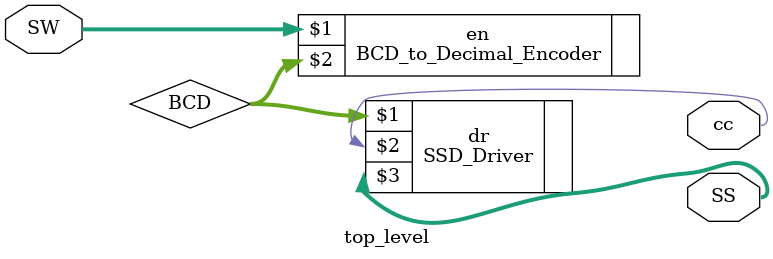
<source format=v>
`timescale 1ns / 1ps


module top_level(
    SW,SS,cc
    );
    
    
    input wire [9:0] SW;
    output [6:0] SS;
    output cc;
    
    wire [3:0] BCD;
    
    BCD_to_Decimal_Encoder en(SW,BCD);
    SSD_Driver dr(BCD,cc, SS);
    
endmodule

</source>
